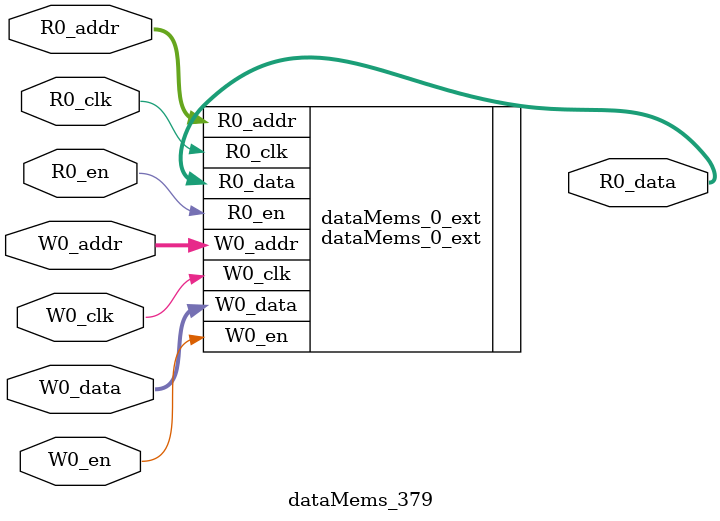
<source format=sv>
`ifndef RANDOMIZE
  `ifdef RANDOMIZE_REG_INIT
    `define RANDOMIZE
  `endif // RANDOMIZE_REG_INIT
`endif // not def RANDOMIZE
`ifndef RANDOMIZE
  `ifdef RANDOMIZE_MEM_INIT
    `define RANDOMIZE
  `endif // RANDOMIZE_MEM_INIT
`endif // not def RANDOMIZE

`ifndef RANDOM
  `define RANDOM $random
`endif // not def RANDOM

// Users can define 'PRINTF_COND' to add an extra gate to prints.
`ifndef PRINTF_COND_
  `ifdef PRINTF_COND
    `define PRINTF_COND_ (`PRINTF_COND)
  `else  // PRINTF_COND
    `define PRINTF_COND_ 1
  `endif // PRINTF_COND
`endif // not def PRINTF_COND_

// Users can define 'ASSERT_VERBOSE_COND' to add an extra gate to assert error printing.
`ifndef ASSERT_VERBOSE_COND_
  `ifdef ASSERT_VERBOSE_COND
    `define ASSERT_VERBOSE_COND_ (`ASSERT_VERBOSE_COND)
  `else  // ASSERT_VERBOSE_COND
    `define ASSERT_VERBOSE_COND_ 1
  `endif // ASSERT_VERBOSE_COND
`endif // not def ASSERT_VERBOSE_COND_

// Users can define 'STOP_COND' to add an extra gate to stop conditions.
`ifndef STOP_COND_
  `ifdef STOP_COND
    `define STOP_COND_ (`STOP_COND)
  `else  // STOP_COND
    `define STOP_COND_ 1
  `endif // STOP_COND
`endif // not def STOP_COND_

// Users can define INIT_RANDOM as general code that gets injected into the
// initializer block for modules with registers.
`ifndef INIT_RANDOM
  `define INIT_RANDOM
`endif // not def INIT_RANDOM

// If using random initialization, you can also define RANDOMIZE_DELAY to
// customize the delay used, otherwise 0.002 is used.
`ifndef RANDOMIZE_DELAY
  `define RANDOMIZE_DELAY 0.002
`endif // not def RANDOMIZE_DELAY

// Define INIT_RANDOM_PROLOG_ for use in our modules below.
`ifndef INIT_RANDOM_PROLOG_
  `ifdef RANDOMIZE
    `ifdef VERILATOR
      `define INIT_RANDOM_PROLOG_ `INIT_RANDOM
    `else  // VERILATOR
      `define INIT_RANDOM_PROLOG_ `INIT_RANDOM #`RANDOMIZE_DELAY begin end
    `endif // VERILATOR
  `else  // RANDOMIZE
    `define INIT_RANDOM_PROLOG_
  `endif // RANDOMIZE
`endif // not def INIT_RANDOM_PROLOG_

// Include register initializers in init blocks unless synthesis is set
`ifndef SYNTHESIS
  `ifndef ENABLE_INITIAL_REG_
    `define ENABLE_INITIAL_REG_
  `endif // not def ENABLE_INITIAL_REG_
`endif // not def SYNTHESIS

// Include rmemory initializers in init blocks unless synthesis is set
`ifndef SYNTHESIS
  `ifndef ENABLE_INITIAL_MEM_
    `define ENABLE_INITIAL_MEM_
  `endif // not def ENABLE_INITIAL_MEM_
`endif // not def SYNTHESIS

module dataMems_379(	// @[generators/ara/src/main/scala/UnsafeAXI4ToTL.scala:365:62]
  input  [4:0]  R0_addr,
  input         R0_en,
  input         R0_clk,
  output [66:0] R0_data,
  input  [4:0]  W0_addr,
  input         W0_en,
  input         W0_clk,
  input  [66:0] W0_data
);

  dataMems_0_ext dataMems_0_ext (	// @[generators/ara/src/main/scala/UnsafeAXI4ToTL.scala:365:62]
    .R0_addr (R0_addr),
    .R0_en   (R0_en),
    .R0_clk  (R0_clk),
    .R0_data (R0_data),
    .W0_addr (W0_addr),
    .W0_en   (W0_en),
    .W0_clk  (W0_clk),
    .W0_data (W0_data)
  );
endmodule


</source>
